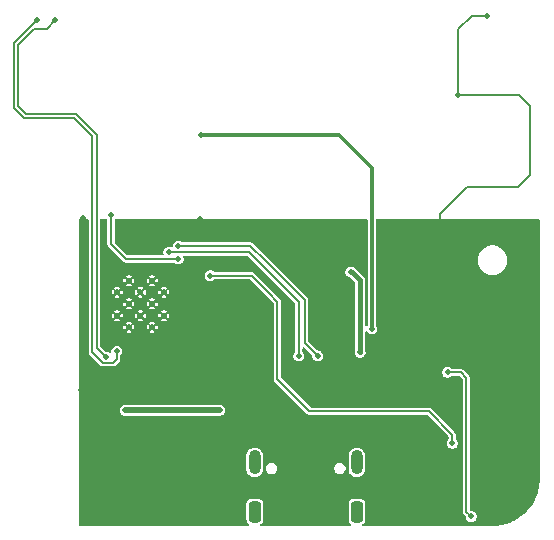
<source format=gbr>
%TF.GenerationSoftware,KiCad,Pcbnew,9.0.1*%
%TF.CreationDate,2025-11-13T12:09:59-06:00*%
%TF.ProjectId,AirCube,41697243-7562-4652-9e6b-696361645f70,rev?*%
%TF.SameCoordinates,Original*%
%TF.FileFunction,Copper,L2,Bot*%
%TF.FilePolarity,Positive*%
%FSLAX46Y46*%
G04 Gerber Fmt 4.6, Leading zero omitted, Abs format (unit mm)*
G04 Created by KiCad (PCBNEW 9.0.1) date 2025-11-13 12:09:59*
%MOMM*%
%LPD*%
G01*
G04 APERTURE LIST*
G04 Aperture macros list*
%AMRoundRect*
0 Rectangle with rounded corners*
0 $1 Rounding radius*
0 $2 $3 $4 $5 $6 $7 $8 $9 X,Y pos of 4 corners*
0 Add a 4 corners polygon primitive as box body*
4,1,4,$2,$3,$4,$5,$6,$7,$8,$9,$2,$3,0*
0 Add four circle primitives for the rounded corners*
1,1,$1+$1,$2,$3*
1,1,$1+$1,$4,$5*
1,1,$1+$1,$6,$7*
1,1,$1+$1,$8,$9*
0 Add four rect primitives between the rounded corners*
20,1,$1+$1,$2,$3,$4,$5,0*
20,1,$1+$1,$4,$5,$6,$7,0*
20,1,$1+$1,$6,$7,$8,$9,0*
20,1,$1+$1,$8,$9,$2,$3,0*%
G04 Aperture macros list end*
%TA.AperFunction,ComponentPad*%
%ADD10C,0.508000*%
%TD*%
%TA.AperFunction,ComponentPad*%
%ADD11O,1.000000X2.100000*%
%TD*%
%TA.AperFunction,ComponentPad*%
%ADD12RoundRect,0.250000X-0.250000X-0.650000X0.250000X-0.650000X0.250000X0.650000X-0.250000X0.650000X0*%
%TD*%
%TA.AperFunction,ViaPad*%
%ADD13C,0.508000*%
%TD*%
%TA.AperFunction,Conductor*%
%ADD14C,0.152400*%
%TD*%
%TA.AperFunction,Conductor*%
%ADD15C,0.203200*%
%TD*%
%TA.AperFunction,Conductor*%
%ADD16C,0.304800*%
%TD*%
%TA.AperFunction,Conductor*%
%ADD17C,0.508000*%
%TD*%
%TA.AperFunction,Conductor*%
%ADD18C,0.457200*%
%TD*%
G04 APERTURE END LIST*
D10*
%TO.P,U7,49,EPAD*%
%TO.N,GND*%
X34212500Y-69175000D03*
X36187500Y-69175000D03*
X33225000Y-68187500D03*
X35200000Y-68187500D03*
X37175000Y-68187500D03*
X34212500Y-67200000D03*
X36187500Y-67200000D03*
X33225000Y-66212500D03*
X35200000Y-66212500D03*
X37175000Y-66212500D03*
X34212500Y-65225000D03*
X36187500Y-65225000D03*
%TD*%
D11*
%TO.P,P1,S1,SHIELD*%
%TO.N,Net-(P1-SHIELD)*%
X44877500Y-80620000D03*
%TO.P,P1,SH2*%
%TO.N,N/C*%
X53517500Y-80620000D03*
D12*
%TO.P,P1,SH3*%
X44877500Y-84800000D03*
%TO.P,P1,SH4*%
X53517500Y-84800000D03*
%TD*%
D13*
%TO.N,GND*%
X57600000Y-77350000D03*
X56700000Y-72700000D03*
X51700000Y-67600000D03*
X30200000Y-74500000D03*
X30300000Y-59900000D03*
X35300000Y-82400000D03*
X64500000Y-42800000D03*
X45800000Y-60700000D03*
X52400000Y-60600000D03*
X60000000Y-75250000D03*
X61800000Y-77300000D03*
X55800000Y-75150000D03*
X45200000Y-77200000D03*
X53200000Y-77300000D03*
X30900000Y-78900000D03*
X44500000Y-67600000D03*
X66500000Y-81800000D03*
X40200000Y-60000000D03*
X56200000Y-62200000D03*
X59500000Y-77350000D03*
X49200000Y-60600000D03*
X59450000Y-72800000D03*
X67140000Y-60920000D03*
X60700000Y-66200000D03*
X53300000Y-72600000D03*
X61600000Y-68000000D03*
X42800000Y-82100000D03*
X60600000Y-62000000D03*
X55000000Y-77300000D03*
X43800000Y-77200000D03*
X62090000Y-49490000D03*
X56100000Y-66150000D03*
X47800000Y-67700000D03*
%TO.N,+3V3*%
X40300000Y-52900000D03*
X61200000Y-73000000D03*
X33900000Y-76200000D03*
X54800000Y-69300000D03*
X63200000Y-85200000D03*
X41900000Y-76200000D03*
%TO.N,+5VD*%
X53800000Y-71300000D03*
X53000000Y-64500000D03*
%TO.N,Net-(U7-IO11)*%
X61600000Y-79000000D03*
X41100000Y-64800000D03*
%TO.N,/USB_D-*%
X50200000Y-71600000D03*
X38400000Y-62292000D03*
%TO.N,/USB_D+*%
X37600000Y-62800000D03*
X48600000Y-71600000D03*
%TO.N,/SDA*%
X26400000Y-43200000D03*
X33200000Y-71192000D03*
%TO.N,/SCL*%
X28000000Y-43200000D03*
X32300000Y-71700000D03*
%TO.N,Net-(U7-IO9)*%
X32700000Y-59700000D03*
X38400000Y-63400000D03*
%TD*%
D14*
%TO.N,/SCL*%
X31500000Y-52900000D02*
X31500000Y-70900000D01*
X31456600Y-52856600D02*
X31500000Y-52900000D01*
X25543400Y-51143400D02*
X29747708Y-51143400D01*
X24805800Y-50405800D02*
X25543400Y-51143400D01*
X24805800Y-45298508D02*
X24805800Y-50405800D01*
X26204308Y-43900000D02*
X24805800Y-45298508D01*
X27300000Y-43900000D02*
X26204308Y-43900000D01*
X28000000Y-43200000D02*
X27300000Y-43900000D01*
X31500000Y-70900000D02*
X32300000Y-71700000D01*
X31456600Y-52852292D02*
X31456600Y-52856600D01*
X29747708Y-51143400D02*
X31456600Y-52852292D01*
%TO.N,/SDA*%
X24500000Y-45100000D02*
X26400000Y-43200000D01*
X24500000Y-50625000D02*
X24500000Y-45100000D01*
X25375000Y-51500000D02*
X24500000Y-50625000D01*
X32009000Y-72209000D02*
X31100000Y-71300000D01*
X31100000Y-71300000D02*
X31100000Y-53000000D01*
X31100000Y-53000000D02*
X29600000Y-51500000D01*
X33200000Y-71900000D02*
X32891000Y-72209000D01*
X32891000Y-72209000D02*
X32009000Y-72209000D01*
X33200000Y-71192000D02*
X33200000Y-71900000D01*
X29600000Y-51500000D02*
X25375000Y-51500000D01*
D15*
%TO.N,GND*%
X64500000Y-42800000D02*
X63230000Y-42800000D01*
D14*
X68180000Y-50430000D02*
X68180000Y-56300000D01*
X68180000Y-56300000D02*
X67160000Y-57320000D01*
X60600000Y-59600000D02*
X60600000Y-62000000D01*
X62090000Y-49490000D02*
X67240000Y-49490000D01*
D15*
X63230000Y-42800000D02*
X62090000Y-43940000D01*
X62090000Y-43940000D02*
X62090000Y-49490000D01*
D14*
X62880000Y-57320000D02*
X60600000Y-59600000D01*
X67160000Y-57320000D02*
X62880000Y-57320000D01*
X67240000Y-49490000D02*
X68180000Y-50430000D01*
D16*
%TO.N,+3V3*%
X54800000Y-55700000D02*
X54800000Y-69300000D01*
D15*
X62300000Y-73000000D02*
X61200000Y-73000000D01*
X62800000Y-73500000D02*
X62300000Y-73000000D01*
D16*
X52000000Y-52900000D02*
X54800000Y-55700000D01*
D15*
X62800000Y-84800000D02*
X62800000Y-73500000D01*
D17*
X41900000Y-76200000D02*
X33900000Y-76200000D01*
D16*
X40300000Y-52900000D02*
X52000000Y-52900000D01*
D15*
X63200000Y-85200000D02*
X62800000Y-84800000D01*
D18*
%TO.N,+5VD*%
X53100000Y-64500000D02*
X53000000Y-64500000D01*
X53800000Y-65200000D02*
X53100000Y-64500000D01*
X53800000Y-71300000D02*
X53800000Y-65200000D01*
D15*
%TO.N,Net-(U7-IO11)*%
X46800000Y-67000000D02*
X46800000Y-71500000D01*
X46800000Y-73600000D02*
X48600000Y-75400000D01*
X61600000Y-78300000D02*
X61600000Y-79000000D01*
X48600000Y-75400000D02*
X49500000Y-76300000D01*
X46100000Y-66300000D02*
X46800000Y-67000000D01*
X46800000Y-71500000D02*
X46800000Y-73600000D01*
X44600000Y-64800000D02*
X46100000Y-66300000D01*
X41100000Y-64800000D02*
X44600000Y-64800000D01*
X56800000Y-76300000D02*
X59600000Y-76300000D01*
X49500000Y-76300000D02*
X56800000Y-76300000D01*
X61500000Y-78200000D02*
X61600000Y-78300000D01*
X59600000Y-76300000D02*
X61500000Y-78200000D01*
%TO.N,/USB_D-*%
X45800000Y-63600000D02*
X49100000Y-66900000D01*
X38400000Y-62292000D02*
X44492000Y-62292000D01*
X49100000Y-66900000D02*
X49100000Y-70200000D01*
X49100000Y-70200000D02*
X49100000Y-70500000D01*
X49100000Y-70500000D02*
X50200000Y-71600000D01*
X44492000Y-62292000D02*
X45800000Y-63600000D01*
%TO.N,/USB_D+*%
X46100000Y-64500000D02*
X44400000Y-62800000D01*
X48600000Y-67000000D02*
X46100000Y-64500000D01*
X44400000Y-62800000D02*
X37600000Y-62800000D01*
X48600000Y-71600000D02*
X48600000Y-67000000D01*
%TO.N,Net-(U7-IO9)*%
X34000000Y-63400000D02*
X32700000Y-62100000D01*
X32700000Y-62100000D02*
X32700000Y-59700000D01*
X38400000Y-63400000D02*
X34000000Y-63400000D01*
%TD*%
%TA.AperFunction,Conductor*%
%TO.N,GND*%
G36*
X30778631Y-60019213D02*
G01*
X30815176Y-60069513D01*
X30820100Y-60100600D01*
X30820100Y-71263150D01*
X30820100Y-71336850D01*
X30839175Y-71408037D01*
X30876024Y-71471862D01*
X31837138Y-72432976D01*
X31900962Y-72469825D01*
X31972150Y-72488900D01*
X31972152Y-72488900D01*
X32927850Y-72488900D01*
X32999037Y-72469825D01*
X33062862Y-72432976D01*
X33423976Y-72071862D01*
X33460825Y-72008037D01*
X33479900Y-71936850D01*
X33479900Y-71863150D01*
X33479900Y-71601054D01*
X33499113Y-71541923D01*
X33509359Y-71529925D01*
X33566251Y-71473034D01*
X33626508Y-71368665D01*
X33657700Y-71252257D01*
X33657700Y-71131743D01*
X33626508Y-71015335D01*
X33606066Y-70979929D01*
X33566252Y-70910968D01*
X33566251Y-70910966D01*
X33481034Y-70825749D01*
X33459865Y-70813527D01*
X33376668Y-70765493D01*
X33376665Y-70765492D01*
X33345478Y-70757135D01*
X33260259Y-70734300D01*
X33260257Y-70734300D01*
X33139743Y-70734300D01*
X33139740Y-70734300D01*
X33023331Y-70765493D01*
X32918968Y-70825747D01*
X32918967Y-70825748D01*
X32918966Y-70825749D01*
X32833749Y-70910966D01*
X32833748Y-70910967D01*
X32833747Y-70910968D01*
X32773493Y-71015331D01*
X32742300Y-71131740D01*
X32742300Y-71253496D01*
X32723087Y-71312627D01*
X32672787Y-71349172D01*
X32610613Y-71349172D01*
X32586934Y-71336715D01*
X32586744Y-71337046D01*
X32581034Y-71333749D01*
X32544449Y-71312627D01*
X32476668Y-71273493D01*
X32476665Y-71273492D01*
X32438069Y-71263150D01*
X32360259Y-71242300D01*
X32360257Y-71242300D01*
X32279808Y-71242300D01*
X32220677Y-71223087D01*
X32208673Y-71212835D01*
X31809365Y-70813527D01*
X31781139Y-70758129D01*
X31779900Y-70742392D01*
X31779900Y-69562285D01*
X33968897Y-69562285D01*
X34036024Y-69601041D01*
X34152305Y-69632199D01*
X34152308Y-69632200D01*
X34272692Y-69632200D01*
X34272694Y-69632199D01*
X34388973Y-69601041D01*
X34456098Y-69562285D01*
X35943897Y-69562285D01*
X36011024Y-69601041D01*
X36127305Y-69632199D01*
X36127308Y-69632200D01*
X36247692Y-69632200D01*
X36247694Y-69632199D01*
X36363973Y-69601041D01*
X36431100Y-69562284D01*
X36187500Y-69318684D01*
X35943897Y-69562285D01*
X34456098Y-69562285D01*
X34456100Y-69562284D01*
X34212500Y-69318684D01*
X33968897Y-69562285D01*
X31779900Y-69562285D01*
X31779900Y-69114804D01*
X33755300Y-69114804D01*
X33755300Y-69235194D01*
X33786459Y-69351476D01*
X33825213Y-69418600D01*
X34068815Y-69174999D01*
X34043554Y-69149738D01*
X34085500Y-69149738D01*
X34085500Y-69200262D01*
X34104835Y-69246940D01*
X34140560Y-69282665D01*
X34187238Y-69302000D01*
X34237762Y-69302000D01*
X34284440Y-69282665D01*
X34320165Y-69246940D01*
X34339500Y-69200262D01*
X34339500Y-69174999D01*
X34356184Y-69174999D01*
X34356184Y-69175000D01*
X34599784Y-69418600D01*
X34638541Y-69351473D01*
X34669699Y-69235194D01*
X34669700Y-69235191D01*
X34669700Y-69114808D01*
X34669699Y-69114805D01*
X34669699Y-69114804D01*
X35730300Y-69114804D01*
X35730300Y-69235194D01*
X35761459Y-69351476D01*
X35800213Y-69418600D01*
X36043815Y-69174999D01*
X36018554Y-69149738D01*
X36060500Y-69149738D01*
X36060500Y-69200262D01*
X36079835Y-69246940D01*
X36115560Y-69282665D01*
X36162238Y-69302000D01*
X36212762Y-69302000D01*
X36259440Y-69282665D01*
X36295165Y-69246940D01*
X36314500Y-69200262D01*
X36314500Y-69174999D01*
X36331184Y-69174999D01*
X36331184Y-69175000D01*
X36574784Y-69418600D01*
X36613541Y-69351473D01*
X36644699Y-69235194D01*
X36644700Y-69235191D01*
X36644700Y-69114808D01*
X36644699Y-69114805D01*
X36613541Y-68998524D01*
X36574785Y-68931397D01*
X36331184Y-69174999D01*
X36314500Y-69174999D01*
X36314500Y-69149738D01*
X36295165Y-69103060D01*
X36259440Y-69067335D01*
X36212762Y-69048000D01*
X36162238Y-69048000D01*
X36115560Y-69067335D01*
X36079835Y-69103060D01*
X36060500Y-69149738D01*
X36018554Y-69149738D01*
X35800214Y-68931398D01*
X35761457Y-68998528D01*
X35761456Y-68998531D01*
X35730300Y-69114804D01*
X34669699Y-69114804D01*
X34638541Y-68998524D01*
X34599785Y-68931397D01*
X34356184Y-69174999D01*
X34339500Y-69174999D01*
X34339500Y-69149738D01*
X34320165Y-69103060D01*
X34284440Y-69067335D01*
X34237762Y-69048000D01*
X34187238Y-69048000D01*
X34140560Y-69067335D01*
X34104835Y-69103060D01*
X34085500Y-69149738D01*
X34043554Y-69149738D01*
X33825214Y-68931398D01*
X33786457Y-68998528D01*
X33786456Y-68998531D01*
X33755300Y-69114804D01*
X31779900Y-69114804D01*
X31779900Y-68787714D01*
X33968898Y-68787714D01*
X34212499Y-69031315D01*
X34456100Y-68787714D01*
X35943898Y-68787714D01*
X36187499Y-69031315D01*
X36431101Y-68787713D01*
X36363976Y-68748959D01*
X36247694Y-68717800D01*
X36127304Y-68717800D01*
X36011031Y-68748956D01*
X36011028Y-68748957D01*
X35943898Y-68787714D01*
X34456100Y-68787714D01*
X34456101Y-68787713D01*
X34388976Y-68748959D01*
X34272694Y-68717800D01*
X34152304Y-68717800D01*
X34036031Y-68748956D01*
X34036028Y-68748957D01*
X33968898Y-68787714D01*
X31779900Y-68787714D01*
X31779900Y-68574785D01*
X32981397Y-68574785D01*
X33048524Y-68613541D01*
X33164805Y-68644699D01*
X33164808Y-68644700D01*
X33285192Y-68644700D01*
X33285194Y-68644699D01*
X33401473Y-68613541D01*
X33468598Y-68574785D01*
X34956397Y-68574785D01*
X35023524Y-68613541D01*
X35139805Y-68644699D01*
X35139808Y-68644700D01*
X35260192Y-68644700D01*
X35260194Y-68644699D01*
X35376473Y-68613541D01*
X35443598Y-68574785D01*
X36931397Y-68574785D01*
X36998524Y-68613541D01*
X37114805Y-68644699D01*
X37114808Y-68644700D01*
X37235192Y-68644700D01*
X37235194Y-68644699D01*
X37351473Y-68613541D01*
X37418600Y-68574784D01*
X37175000Y-68331184D01*
X36931397Y-68574785D01*
X35443598Y-68574785D01*
X35443600Y-68574784D01*
X35200000Y-68331184D01*
X34956397Y-68574785D01*
X33468598Y-68574785D01*
X33468600Y-68574784D01*
X33225000Y-68331184D01*
X32981397Y-68574785D01*
X31779900Y-68574785D01*
X31779900Y-68127304D01*
X32767800Y-68127304D01*
X32767800Y-68247694D01*
X32798959Y-68363976D01*
X32837713Y-68431100D01*
X33081315Y-68187499D01*
X33056054Y-68162238D01*
X33098000Y-68162238D01*
X33098000Y-68212762D01*
X33117335Y-68259440D01*
X33153060Y-68295165D01*
X33199738Y-68314500D01*
X33250262Y-68314500D01*
X33296940Y-68295165D01*
X33332665Y-68259440D01*
X33352000Y-68212762D01*
X33352000Y-68187499D01*
X33368684Y-68187499D01*
X33368684Y-68187500D01*
X33612284Y-68431100D01*
X33651041Y-68363973D01*
X33682199Y-68247694D01*
X33682200Y-68247691D01*
X33682200Y-68127308D01*
X33682199Y-68127305D01*
X33682199Y-68127304D01*
X34742800Y-68127304D01*
X34742800Y-68247694D01*
X34773959Y-68363976D01*
X34812713Y-68431100D01*
X35056315Y-68187499D01*
X35031054Y-68162238D01*
X35073000Y-68162238D01*
X35073000Y-68212762D01*
X35092335Y-68259440D01*
X35128060Y-68295165D01*
X35174738Y-68314500D01*
X35225262Y-68314500D01*
X35271940Y-68295165D01*
X35307665Y-68259440D01*
X35327000Y-68212762D01*
X35327000Y-68187499D01*
X35343684Y-68187499D01*
X35343684Y-68187500D01*
X35587284Y-68431100D01*
X35626041Y-68363973D01*
X35657199Y-68247694D01*
X35657200Y-68247691D01*
X35657200Y-68127308D01*
X35657199Y-68127305D01*
X35657199Y-68127304D01*
X36717800Y-68127304D01*
X36717800Y-68247694D01*
X36748959Y-68363976D01*
X36787713Y-68431100D01*
X37031315Y-68187499D01*
X37006054Y-68162238D01*
X37048000Y-68162238D01*
X37048000Y-68212762D01*
X37067335Y-68259440D01*
X37103060Y-68295165D01*
X37149738Y-68314500D01*
X37200262Y-68314500D01*
X37246940Y-68295165D01*
X37282665Y-68259440D01*
X37302000Y-68212762D01*
X37302000Y-68187499D01*
X37318684Y-68187499D01*
X37318684Y-68187500D01*
X37562284Y-68431100D01*
X37601041Y-68363973D01*
X37632199Y-68247694D01*
X37632200Y-68247691D01*
X37632200Y-68127308D01*
X37632199Y-68127305D01*
X37601041Y-68011024D01*
X37562285Y-67943897D01*
X37318684Y-68187499D01*
X37302000Y-68187499D01*
X37302000Y-68162238D01*
X37282665Y-68115560D01*
X37246940Y-68079835D01*
X37200262Y-68060500D01*
X37149738Y-68060500D01*
X37103060Y-68079835D01*
X37067335Y-68115560D01*
X37048000Y-68162238D01*
X37006054Y-68162238D01*
X36787714Y-67943898D01*
X36748957Y-68011028D01*
X36748956Y-68011031D01*
X36717800Y-68127304D01*
X35657199Y-68127304D01*
X35626041Y-68011024D01*
X35587285Y-67943897D01*
X35343684Y-68187499D01*
X35327000Y-68187499D01*
X35327000Y-68162238D01*
X35307665Y-68115560D01*
X35271940Y-68079835D01*
X35225262Y-68060500D01*
X35174738Y-68060500D01*
X35128060Y-68079835D01*
X35092335Y-68115560D01*
X35073000Y-68162238D01*
X35031054Y-68162238D01*
X34812714Y-67943898D01*
X34773957Y-68011028D01*
X34773956Y-68011031D01*
X34742800Y-68127304D01*
X33682199Y-68127304D01*
X33651041Y-68011024D01*
X33612285Y-67943897D01*
X33368684Y-68187499D01*
X33352000Y-68187499D01*
X33352000Y-68162238D01*
X33332665Y-68115560D01*
X33296940Y-68079835D01*
X33250262Y-68060500D01*
X33199738Y-68060500D01*
X33153060Y-68079835D01*
X33117335Y-68115560D01*
X33098000Y-68162238D01*
X33056054Y-68162238D01*
X32837714Y-67943898D01*
X32798957Y-68011028D01*
X32798956Y-68011031D01*
X32767800Y-68127304D01*
X31779900Y-68127304D01*
X31779900Y-67800214D01*
X32981398Y-67800214D01*
X33224999Y-68043815D01*
X33468600Y-67800214D01*
X34956398Y-67800214D01*
X35199999Y-68043815D01*
X35443600Y-67800214D01*
X36931398Y-67800214D01*
X37174999Y-68043815D01*
X37418601Y-67800213D01*
X37351476Y-67761459D01*
X37235194Y-67730300D01*
X37114804Y-67730300D01*
X36998531Y-67761456D01*
X36998528Y-67761457D01*
X36931398Y-67800214D01*
X35443600Y-67800214D01*
X35443601Y-67800213D01*
X35376476Y-67761459D01*
X35260194Y-67730300D01*
X35139804Y-67730300D01*
X35023531Y-67761456D01*
X35023528Y-67761457D01*
X34956398Y-67800214D01*
X33468600Y-67800214D01*
X33468601Y-67800213D01*
X33401476Y-67761459D01*
X33285194Y-67730300D01*
X33164804Y-67730300D01*
X33048531Y-67761456D01*
X33048528Y-67761457D01*
X32981398Y-67800214D01*
X31779900Y-67800214D01*
X31779900Y-67587285D01*
X33968897Y-67587285D01*
X34036024Y-67626041D01*
X34152305Y-67657199D01*
X34152308Y-67657200D01*
X34272692Y-67657200D01*
X34272694Y-67657199D01*
X34388973Y-67626041D01*
X34456098Y-67587285D01*
X35943897Y-67587285D01*
X36011024Y-67626041D01*
X36127305Y-67657199D01*
X36127308Y-67657200D01*
X36247692Y-67657200D01*
X36247694Y-67657199D01*
X36363973Y-67626041D01*
X36431100Y-67587284D01*
X36187500Y-67343684D01*
X35943897Y-67587285D01*
X34456098Y-67587285D01*
X34456100Y-67587284D01*
X34212500Y-67343684D01*
X33968897Y-67587285D01*
X31779900Y-67587285D01*
X31779900Y-67139804D01*
X33755300Y-67139804D01*
X33755300Y-67260194D01*
X33786459Y-67376476D01*
X33825213Y-67443600D01*
X34068815Y-67199999D01*
X34043554Y-67174738D01*
X34085500Y-67174738D01*
X34085500Y-67225262D01*
X34104835Y-67271940D01*
X34140560Y-67307665D01*
X34187238Y-67327000D01*
X34237762Y-67327000D01*
X34284440Y-67307665D01*
X34320165Y-67271940D01*
X34339500Y-67225262D01*
X34339500Y-67199999D01*
X34356184Y-67199999D01*
X34356184Y-67200000D01*
X34599784Y-67443600D01*
X34638541Y-67376473D01*
X34669699Y-67260194D01*
X34669700Y-67260191D01*
X34669700Y-67139808D01*
X34669699Y-67139805D01*
X34669699Y-67139804D01*
X35730300Y-67139804D01*
X35730300Y-67260194D01*
X35761459Y-67376476D01*
X35800213Y-67443600D01*
X36043815Y-67199999D01*
X36018554Y-67174738D01*
X36060500Y-67174738D01*
X36060500Y-67225262D01*
X36079835Y-67271940D01*
X36115560Y-67307665D01*
X36162238Y-67327000D01*
X36212762Y-67327000D01*
X36259440Y-67307665D01*
X36295165Y-67271940D01*
X36314500Y-67225262D01*
X36314500Y-67199999D01*
X36331184Y-67199999D01*
X36331184Y-67200000D01*
X36574784Y-67443600D01*
X36613541Y-67376473D01*
X36644699Y-67260194D01*
X36644700Y-67260191D01*
X36644700Y-67139808D01*
X36644699Y-67139805D01*
X36613541Y-67023524D01*
X36574785Y-66956397D01*
X36331184Y-67199999D01*
X36314500Y-67199999D01*
X36314500Y-67174738D01*
X36295165Y-67128060D01*
X36259440Y-67092335D01*
X36212762Y-67073000D01*
X36162238Y-67073000D01*
X36115560Y-67092335D01*
X36079835Y-67128060D01*
X36060500Y-67174738D01*
X36018554Y-67174738D01*
X35800214Y-66956398D01*
X35761457Y-67023528D01*
X35761456Y-67023531D01*
X35730300Y-67139804D01*
X34669699Y-67139804D01*
X34638541Y-67023524D01*
X34599785Y-66956397D01*
X34356184Y-67199999D01*
X34339500Y-67199999D01*
X34339500Y-67174738D01*
X34320165Y-67128060D01*
X34284440Y-67092335D01*
X34237762Y-67073000D01*
X34187238Y-67073000D01*
X34140560Y-67092335D01*
X34104835Y-67128060D01*
X34085500Y-67174738D01*
X34043554Y-67174738D01*
X33825214Y-66956398D01*
X33786457Y-67023528D01*
X33786456Y-67023531D01*
X33755300Y-67139804D01*
X31779900Y-67139804D01*
X31779900Y-66812714D01*
X33968898Y-66812714D01*
X34212499Y-67056315D01*
X34456100Y-66812714D01*
X35943898Y-66812714D01*
X36187499Y-67056315D01*
X36431101Y-66812713D01*
X36363976Y-66773959D01*
X36247694Y-66742800D01*
X36127304Y-66742800D01*
X36011031Y-66773956D01*
X36011028Y-66773957D01*
X35943898Y-66812714D01*
X34456100Y-66812714D01*
X34456101Y-66812713D01*
X34388976Y-66773959D01*
X34272694Y-66742800D01*
X34152304Y-66742800D01*
X34036031Y-66773956D01*
X34036028Y-66773957D01*
X33968898Y-66812714D01*
X31779900Y-66812714D01*
X31779900Y-66599785D01*
X32981397Y-66599785D01*
X33048524Y-66638541D01*
X33164805Y-66669699D01*
X33164808Y-66669700D01*
X33285192Y-66669700D01*
X33285194Y-66669699D01*
X33401473Y-66638541D01*
X33468598Y-66599785D01*
X34956397Y-66599785D01*
X35023524Y-66638541D01*
X35139805Y-66669699D01*
X35139808Y-66669700D01*
X35260192Y-66669700D01*
X35260194Y-66669699D01*
X35376473Y-66638541D01*
X35443598Y-66599785D01*
X36931397Y-66599785D01*
X36998524Y-66638541D01*
X37114805Y-66669699D01*
X37114808Y-66669700D01*
X37235192Y-66669700D01*
X37235194Y-66669699D01*
X37351473Y-66638541D01*
X37418600Y-66599784D01*
X37175000Y-66356184D01*
X36931397Y-66599785D01*
X35443598Y-66599785D01*
X35443600Y-66599784D01*
X35200000Y-66356184D01*
X34956397Y-66599785D01*
X33468598Y-66599785D01*
X33468600Y-66599784D01*
X33225000Y-66356184D01*
X32981397Y-66599785D01*
X31779900Y-66599785D01*
X31779900Y-66152304D01*
X32767800Y-66152304D01*
X32767800Y-66272694D01*
X32798959Y-66388976D01*
X32837713Y-66456100D01*
X33081315Y-66212499D01*
X33056054Y-66187238D01*
X33098000Y-66187238D01*
X33098000Y-66237762D01*
X33117335Y-66284440D01*
X33153060Y-66320165D01*
X33199738Y-66339500D01*
X33250262Y-66339500D01*
X33296940Y-66320165D01*
X33332665Y-66284440D01*
X33352000Y-66237762D01*
X33352000Y-66212499D01*
X33368684Y-66212499D01*
X33368684Y-66212500D01*
X33612284Y-66456100D01*
X33651041Y-66388973D01*
X33682199Y-66272694D01*
X33682200Y-66272691D01*
X33682200Y-66152308D01*
X33682199Y-66152305D01*
X33682199Y-66152304D01*
X34742800Y-66152304D01*
X34742800Y-66272694D01*
X34773959Y-66388976D01*
X34812713Y-66456100D01*
X35056315Y-66212499D01*
X35031054Y-66187238D01*
X35073000Y-66187238D01*
X35073000Y-66237762D01*
X35092335Y-66284440D01*
X35128060Y-66320165D01*
X35174738Y-66339500D01*
X35225262Y-66339500D01*
X35271940Y-66320165D01*
X35307665Y-66284440D01*
X35327000Y-66237762D01*
X35327000Y-66212499D01*
X35343684Y-66212499D01*
X35343684Y-66212500D01*
X35587284Y-66456100D01*
X35626041Y-66388973D01*
X35657199Y-66272694D01*
X35657200Y-66272691D01*
X35657200Y-66152308D01*
X35657199Y-66152305D01*
X35657199Y-66152304D01*
X36717800Y-66152304D01*
X36717800Y-66272694D01*
X36748959Y-66388976D01*
X36787713Y-66456100D01*
X37031315Y-66212499D01*
X37006054Y-66187238D01*
X37048000Y-66187238D01*
X37048000Y-66237762D01*
X37067335Y-66284440D01*
X37103060Y-66320165D01*
X37149738Y-66339500D01*
X37200262Y-66339500D01*
X37246940Y-66320165D01*
X37282665Y-66284440D01*
X37302000Y-66237762D01*
X37302000Y-66212499D01*
X37318684Y-66212499D01*
X37318684Y-66212500D01*
X37562284Y-66456100D01*
X37601041Y-66388973D01*
X37632199Y-66272694D01*
X37632200Y-66272691D01*
X37632200Y-66152308D01*
X37632199Y-66152305D01*
X37601041Y-66036024D01*
X37562285Y-65968897D01*
X37318684Y-66212499D01*
X37302000Y-66212499D01*
X37302000Y-66187238D01*
X37282665Y-66140560D01*
X37246940Y-66104835D01*
X37200262Y-66085500D01*
X37149738Y-66085500D01*
X37103060Y-66104835D01*
X37067335Y-66140560D01*
X37048000Y-66187238D01*
X37006054Y-66187238D01*
X36787714Y-65968898D01*
X36748957Y-66036028D01*
X36748956Y-66036031D01*
X36717800Y-66152304D01*
X35657199Y-66152304D01*
X35626041Y-66036024D01*
X35587285Y-65968897D01*
X35343684Y-66212499D01*
X35327000Y-66212499D01*
X35327000Y-66187238D01*
X35307665Y-66140560D01*
X35271940Y-66104835D01*
X35225262Y-66085500D01*
X35174738Y-66085500D01*
X35128060Y-66104835D01*
X35092335Y-66140560D01*
X35073000Y-66187238D01*
X35031054Y-66187238D01*
X34812714Y-65968898D01*
X34773957Y-66036028D01*
X34773956Y-66036031D01*
X34742800Y-66152304D01*
X33682199Y-66152304D01*
X33651041Y-66036024D01*
X33612285Y-65968897D01*
X33368684Y-66212499D01*
X33352000Y-66212499D01*
X33352000Y-66187238D01*
X33332665Y-66140560D01*
X33296940Y-66104835D01*
X33250262Y-66085500D01*
X33199738Y-66085500D01*
X33153060Y-66104835D01*
X33117335Y-66140560D01*
X33098000Y-66187238D01*
X33056054Y-66187238D01*
X32837714Y-65968898D01*
X32798957Y-66036028D01*
X32798956Y-66036031D01*
X32767800Y-66152304D01*
X31779900Y-66152304D01*
X31779900Y-65825214D01*
X32981398Y-65825214D01*
X33224999Y-66068815D01*
X33468600Y-65825214D01*
X34956398Y-65825214D01*
X35199999Y-66068815D01*
X35443600Y-65825214D01*
X36931398Y-65825214D01*
X37174999Y-66068815D01*
X37418601Y-65825213D01*
X37351476Y-65786459D01*
X37235194Y-65755300D01*
X37114804Y-65755300D01*
X36998531Y-65786456D01*
X36998528Y-65786457D01*
X36931398Y-65825214D01*
X35443600Y-65825214D01*
X35443601Y-65825213D01*
X35376476Y-65786459D01*
X35260194Y-65755300D01*
X35139804Y-65755300D01*
X35023531Y-65786456D01*
X35023528Y-65786457D01*
X34956398Y-65825214D01*
X33468600Y-65825214D01*
X33468601Y-65825213D01*
X33401476Y-65786459D01*
X33285194Y-65755300D01*
X33164804Y-65755300D01*
X33048531Y-65786456D01*
X33048528Y-65786457D01*
X32981398Y-65825214D01*
X31779900Y-65825214D01*
X31779900Y-65612285D01*
X33968897Y-65612285D01*
X34036024Y-65651041D01*
X34152305Y-65682199D01*
X34152308Y-65682200D01*
X34272692Y-65682200D01*
X34272694Y-65682199D01*
X34388973Y-65651041D01*
X34456098Y-65612285D01*
X35943897Y-65612285D01*
X36011024Y-65651041D01*
X36127305Y-65682199D01*
X36127308Y-65682200D01*
X36247692Y-65682200D01*
X36247694Y-65682199D01*
X36363973Y-65651041D01*
X36431100Y-65612284D01*
X36187500Y-65368684D01*
X35943897Y-65612285D01*
X34456098Y-65612285D01*
X34456100Y-65612284D01*
X34212500Y-65368684D01*
X33968897Y-65612285D01*
X31779900Y-65612285D01*
X31779900Y-65164804D01*
X33755300Y-65164804D01*
X33755300Y-65285194D01*
X33786459Y-65401476D01*
X33825213Y-65468600D01*
X34068815Y-65224999D01*
X34043554Y-65199738D01*
X34085500Y-65199738D01*
X34085500Y-65250262D01*
X34104835Y-65296940D01*
X34140560Y-65332665D01*
X34187238Y-65352000D01*
X34237762Y-65352000D01*
X34284440Y-65332665D01*
X34320165Y-65296940D01*
X34339500Y-65250262D01*
X34339500Y-65224999D01*
X34356184Y-65224999D01*
X34356184Y-65225000D01*
X34599784Y-65468600D01*
X34638541Y-65401473D01*
X34669699Y-65285194D01*
X34669700Y-65285191D01*
X34669700Y-65164808D01*
X34669699Y-65164805D01*
X34669699Y-65164804D01*
X35730300Y-65164804D01*
X35730300Y-65285194D01*
X35761459Y-65401476D01*
X35800213Y-65468600D01*
X36043815Y-65224999D01*
X36018554Y-65199738D01*
X36060500Y-65199738D01*
X36060500Y-65250262D01*
X36079835Y-65296940D01*
X36115560Y-65332665D01*
X36162238Y-65352000D01*
X36212762Y-65352000D01*
X36259440Y-65332665D01*
X36295165Y-65296940D01*
X36314500Y-65250262D01*
X36314500Y-65224999D01*
X36331184Y-65224999D01*
X36331184Y-65225000D01*
X36574784Y-65468600D01*
X36613541Y-65401473D01*
X36644699Y-65285194D01*
X36644700Y-65285191D01*
X36644700Y-65164808D01*
X36644699Y-65164805D01*
X36613541Y-65048524D01*
X36574785Y-64981397D01*
X36331184Y-65224999D01*
X36314500Y-65224999D01*
X36314500Y-65199738D01*
X36295165Y-65153060D01*
X36259440Y-65117335D01*
X36212762Y-65098000D01*
X36162238Y-65098000D01*
X36115560Y-65117335D01*
X36079835Y-65153060D01*
X36060500Y-65199738D01*
X36018554Y-65199738D01*
X35800214Y-64981398D01*
X35761457Y-65048528D01*
X35761456Y-65048531D01*
X35730300Y-65164804D01*
X34669699Y-65164804D01*
X34638541Y-65048524D01*
X34599785Y-64981397D01*
X34356184Y-65224999D01*
X34339500Y-65224999D01*
X34339500Y-65199738D01*
X34320165Y-65153060D01*
X34284440Y-65117335D01*
X34237762Y-65098000D01*
X34187238Y-65098000D01*
X34140560Y-65117335D01*
X34104835Y-65153060D01*
X34085500Y-65199738D01*
X34043554Y-65199738D01*
X33825214Y-64981398D01*
X33786457Y-65048528D01*
X33786456Y-65048531D01*
X33755300Y-65164804D01*
X31779900Y-65164804D01*
X31779900Y-64837714D01*
X33968898Y-64837714D01*
X34212499Y-65081315D01*
X34456100Y-64837714D01*
X35943898Y-64837714D01*
X36187499Y-65081315D01*
X36431101Y-64837713D01*
X36400889Y-64820271D01*
X36363976Y-64798959D01*
X36247694Y-64767800D01*
X36127304Y-64767800D01*
X36011031Y-64798956D01*
X36011028Y-64798957D01*
X35943898Y-64837714D01*
X34456100Y-64837714D01*
X34456101Y-64837713D01*
X34388976Y-64798959D01*
X34272694Y-64767800D01*
X34152304Y-64767800D01*
X34036031Y-64798956D01*
X34036028Y-64798957D01*
X33968898Y-64837714D01*
X31779900Y-64837714D01*
X31779900Y-64739740D01*
X40642300Y-64739740D01*
X40642300Y-64860259D01*
X40673493Y-64976668D01*
X40733747Y-65081031D01*
X40733749Y-65081034D01*
X40818966Y-65166251D01*
X40818968Y-65166252D01*
X40923331Y-65226506D01*
X40923335Y-65226508D01*
X41039743Y-65257700D01*
X41160257Y-65257700D01*
X41276665Y-65226508D01*
X41381034Y-65166251D01*
X41412521Y-65134764D01*
X41467919Y-65106538D01*
X41483655Y-65105300D01*
X44431871Y-65105300D01*
X44491002Y-65124513D01*
X44503006Y-65134765D01*
X46465235Y-67096994D01*
X46493461Y-67152392D01*
X46494700Y-67168129D01*
X46494700Y-73640195D01*
X46502185Y-73668129D01*
X46507365Y-73687459D01*
X46515506Y-73717841D01*
X46555700Y-73787459D01*
X46555702Y-73787461D01*
X49312542Y-76544301D01*
X49341965Y-76561288D01*
X49382158Y-76584494D01*
X49402956Y-76590065D01*
X49402961Y-76590069D01*
X49402962Y-76590068D01*
X49444576Y-76601218D01*
X49459807Y-76605300D01*
X56759807Y-76605300D01*
X59431871Y-76605300D01*
X59491002Y-76624513D01*
X59503006Y-76634765D01*
X61265235Y-78396994D01*
X61268920Y-78404227D01*
X61275487Y-78408998D01*
X61282766Y-78431403D01*
X61293461Y-78452392D01*
X61294700Y-78468129D01*
X61294700Y-78616345D01*
X61275487Y-78675476D01*
X61265236Y-78687479D01*
X61233747Y-78718968D01*
X61173493Y-78823331D01*
X61142300Y-78939740D01*
X61142300Y-79060259D01*
X61173493Y-79176668D01*
X61233747Y-79281031D01*
X61233749Y-79281034D01*
X61318966Y-79366251D01*
X61318968Y-79366252D01*
X61423331Y-79426506D01*
X61423335Y-79426508D01*
X61539743Y-79457700D01*
X61660257Y-79457700D01*
X61776665Y-79426508D01*
X61881034Y-79366251D01*
X61966251Y-79281034D01*
X62026508Y-79176665D01*
X62057700Y-79060257D01*
X62057700Y-78939743D01*
X62026508Y-78823335D01*
X61966251Y-78718966D01*
X61934764Y-78687479D01*
X61906538Y-78632081D01*
X61905300Y-78616345D01*
X61905300Y-78259808D01*
X61905299Y-78259804D01*
X61884494Y-78182159D01*
X61884494Y-78182158D01*
X61844299Y-78112540D01*
X61750037Y-78018278D01*
X61750035Y-78018275D01*
X59787461Y-76055702D01*
X59787459Y-76055700D01*
X59746095Y-76031818D01*
X59717842Y-76015506D01*
X59640195Y-75994700D01*
X59640193Y-75994700D01*
X56840193Y-75994700D01*
X49668129Y-75994700D01*
X49608998Y-75975487D01*
X49596994Y-75965235D01*
X47134765Y-73503006D01*
X47106539Y-73447608D01*
X47105300Y-73431871D01*
X47105300Y-72939740D01*
X60742300Y-72939740D01*
X60742300Y-73060259D01*
X60773493Y-73176668D01*
X60833747Y-73281031D01*
X60833749Y-73281034D01*
X60918966Y-73366251D01*
X60946520Y-73382159D01*
X61023331Y-73426506D01*
X61023335Y-73426508D01*
X61139743Y-73457700D01*
X61260257Y-73457700D01*
X61376665Y-73426508D01*
X61481034Y-73366251D01*
X61512521Y-73334764D01*
X61567919Y-73306538D01*
X61583655Y-73305300D01*
X62131871Y-73305300D01*
X62191002Y-73324513D01*
X62203006Y-73334765D01*
X62465235Y-73596994D01*
X62493461Y-73652392D01*
X62494700Y-73668129D01*
X62494700Y-84840195D01*
X62508538Y-84891836D01*
X62508538Y-84891838D01*
X62515503Y-84917836D01*
X62515504Y-84917838D01*
X62525179Y-84934595D01*
X62555700Y-84987459D01*
X62555702Y-84987461D01*
X62712835Y-85144594D01*
X62741061Y-85199992D01*
X62742300Y-85215729D01*
X62742300Y-85260259D01*
X62773493Y-85376668D01*
X62833747Y-85481031D01*
X62833749Y-85481034D01*
X62918966Y-85566251D01*
X62918968Y-85566252D01*
X63023331Y-85626506D01*
X63023335Y-85626508D01*
X63139743Y-85657700D01*
X63260257Y-85657700D01*
X63376665Y-85626508D01*
X63481034Y-85566251D01*
X63566251Y-85481034D01*
X63626508Y-85376665D01*
X63657700Y-85260257D01*
X63657700Y-85139743D01*
X63626508Y-85023335D01*
X63566251Y-84918966D01*
X63481034Y-84833749D01*
X63477662Y-84831802D01*
X63376668Y-84773493D01*
X63376665Y-84773492D01*
X63345478Y-84765135D01*
X63260259Y-84742300D01*
X63260257Y-84742300D01*
X63215729Y-84742300D01*
X63208008Y-84739791D01*
X63199992Y-84741061D01*
X63179003Y-84730366D01*
X63156598Y-84723087D01*
X63144594Y-84712835D01*
X63134765Y-84703006D01*
X63106539Y-84647608D01*
X63105300Y-84631871D01*
X63105300Y-73459808D01*
X63105299Y-73459802D01*
X63084496Y-73382165D01*
X63084495Y-73382162D01*
X63084494Y-73382159D01*
X63057132Y-73334765D01*
X63044303Y-73312543D01*
X63044302Y-73312542D01*
X62908425Y-73176665D01*
X62487459Y-72755700D01*
X62452650Y-72735603D01*
X62417842Y-72715506D01*
X62340195Y-72694700D01*
X62340193Y-72694700D01*
X61583655Y-72694700D01*
X61524524Y-72675487D01*
X61512521Y-72665236D01*
X61481034Y-72633749D01*
X61481031Y-72633747D01*
X61376668Y-72573493D01*
X61376665Y-72573492D01*
X61345478Y-72565135D01*
X61260259Y-72542300D01*
X61260257Y-72542300D01*
X61139743Y-72542300D01*
X61139740Y-72542300D01*
X61023331Y-72573493D01*
X60918968Y-72633747D01*
X60918967Y-72633748D01*
X60918966Y-72633749D01*
X60833749Y-72718966D01*
X60833748Y-72718967D01*
X60833747Y-72718968D01*
X60773493Y-72823331D01*
X60742300Y-72939740D01*
X47105300Y-72939740D01*
X47105300Y-66959808D01*
X47105299Y-66959804D01*
X47084494Y-66882159D01*
X47067505Y-66852735D01*
X47044300Y-66812541D01*
X46287459Y-66055700D01*
X44787459Y-64555700D01*
X44746095Y-64531818D01*
X44717842Y-64515506D01*
X44640195Y-64494700D01*
X44640193Y-64494700D01*
X41483655Y-64494700D01*
X41424524Y-64475487D01*
X41412521Y-64465236D01*
X41402943Y-64455658D01*
X41381034Y-64433749D01*
X41381031Y-64433747D01*
X41276668Y-64373493D01*
X41276665Y-64373492D01*
X41245478Y-64365135D01*
X41160259Y-64342300D01*
X41160257Y-64342300D01*
X41039743Y-64342300D01*
X41039740Y-64342300D01*
X40923331Y-64373493D01*
X40818968Y-64433747D01*
X40818967Y-64433748D01*
X40818966Y-64433749D01*
X40733749Y-64518966D01*
X40733748Y-64518967D01*
X40733747Y-64518968D01*
X40673493Y-64623331D01*
X40642300Y-64739740D01*
X31779900Y-64739740D01*
X31779900Y-60100600D01*
X31799113Y-60041469D01*
X31849413Y-60004924D01*
X31880500Y-60000000D01*
X32294100Y-60000000D01*
X32353231Y-60019213D01*
X32389776Y-60069513D01*
X32394700Y-60100600D01*
X32394700Y-62140195D01*
X32415506Y-62217842D01*
X32423532Y-62231743D01*
X32455700Y-62287459D01*
X33812541Y-63644301D01*
X33876166Y-63681034D01*
X33882159Y-63684494D01*
X33882162Y-63684494D01*
X33882165Y-63684496D01*
X33959802Y-63705299D01*
X33959804Y-63705299D01*
X33959807Y-63705300D01*
X38016345Y-63705300D01*
X38075476Y-63724513D01*
X38087479Y-63734764D01*
X38118966Y-63766251D01*
X38118968Y-63766252D01*
X38223331Y-63826506D01*
X38223335Y-63826508D01*
X38339743Y-63857700D01*
X38460257Y-63857700D01*
X38576665Y-63826508D01*
X38681034Y-63766251D01*
X38766251Y-63681034D01*
X38826508Y-63576665D01*
X38857700Y-63460257D01*
X38857700Y-63339743D01*
X38828813Y-63231937D01*
X38832066Y-63169849D01*
X38871194Y-63121530D01*
X38925985Y-63105300D01*
X44231871Y-63105300D01*
X44291002Y-63124513D01*
X44303006Y-63134765D01*
X48265235Y-67096994D01*
X48293461Y-67152392D01*
X48294700Y-67168129D01*
X48294700Y-71216345D01*
X48275487Y-71275476D01*
X48265236Y-71287479D01*
X48233747Y-71318968D01*
X48173493Y-71423331D01*
X48142300Y-71539740D01*
X48142300Y-71660259D01*
X48143906Y-71666251D01*
X48169095Y-71760257D01*
X48173493Y-71776668D01*
X48233747Y-71881031D01*
X48233749Y-71881034D01*
X48318966Y-71966251D01*
X48318968Y-71966252D01*
X48423331Y-72026506D01*
X48423335Y-72026508D01*
X48539743Y-72057700D01*
X48660257Y-72057700D01*
X48776665Y-72026508D01*
X48881034Y-71966251D01*
X48966251Y-71881034D01*
X49026508Y-71776665D01*
X49057700Y-71660257D01*
X49057700Y-71539743D01*
X49026508Y-71423335D01*
X49017676Y-71408038D01*
X48966252Y-71318968D01*
X48966251Y-71318966D01*
X48934764Y-71287479D01*
X48906538Y-71232081D01*
X48905300Y-71216345D01*
X48905300Y-70979929D01*
X48924513Y-70920798D01*
X48974813Y-70884253D01*
X49036987Y-70884253D01*
X49077035Y-70908794D01*
X49712835Y-71544594D01*
X49741061Y-71599992D01*
X49742300Y-71615729D01*
X49742300Y-71660259D01*
X49743906Y-71666251D01*
X49769095Y-71760257D01*
X49773493Y-71776668D01*
X49833747Y-71881031D01*
X49833749Y-71881034D01*
X49918966Y-71966251D01*
X49918968Y-71966252D01*
X50023331Y-72026506D01*
X50023335Y-72026508D01*
X50139743Y-72057700D01*
X50260257Y-72057700D01*
X50376665Y-72026508D01*
X50481034Y-71966251D01*
X50566251Y-71881034D01*
X50626508Y-71776665D01*
X50657700Y-71660257D01*
X50657700Y-71539743D01*
X50626508Y-71423335D01*
X50617676Y-71408038D01*
X50566252Y-71318968D01*
X50566251Y-71318966D01*
X50481034Y-71233749D01*
X50462567Y-71223087D01*
X50376668Y-71173493D01*
X50376665Y-71173492D01*
X50317894Y-71157744D01*
X50260259Y-71142300D01*
X50260257Y-71142300D01*
X50215730Y-71142300D01*
X50156599Y-71123087D01*
X50144595Y-71112835D01*
X49434765Y-70403005D01*
X49406539Y-70347607D01*
X49405300Y-70331870D01*
X49405300Y-66859808D01*
X49405299Y-66859802D01*
X49384495Y-66782162D01*
X49384493Y-66782157D01*
X49369218Y-66755700D01*
X49369217Y-66755699D01*
X49361770Y-66742800D01*
X49344301Y-66712541D01*
X45987459Y-63355700D01*
X44679459Y-62047700D01*
X44638095Y-62023818D01*
X44609842Y-62007506D01*
X44532195Y-61986700D01*
X44532193Y-61986700D01*
X38783655Y-61986700D01*
X38724524Y-61967487D01*
X38712521Y-61957236D01*
X38702892Y-61947607D01*
X38681034Y-61925749D01*
X38681031Y-61925747D01*
X38576668Y-61865493D01*
X38576665Y-61865492D01*
X38545478Y-61857135D01*
X38460259Y-61834300D01*
X38460257Y-61834300D01*
X38339743Y-61834300D01*
X38339740Y-61834300D01*
X38223331Y-61865493D01*
X38118968Y-61925747D01*
X38118967Y-61925748D01*
X38118966Y-61925749D01*
X38033749Y-62010966D01*
X38033748Y-62010967D01*
X38033747Y-62010968D01*
X37973493Y-62115331D01*
X37942300Y-62231740D01*
X37942300Y-62294876D01*
X37923087Y-62354007D01*
X37872787Y-62390552D01*
X37810613Y-62390552D01*
X37791403Y-62382000D01*
X37776668Y-62373493D01*
X37776665Y-62373492D01*
X37745478Y-62365135D01*
X37660259Y-62342300D01*
X37660257Y-62342300D01*
X37539743Y-62342300D01*
X37539740Y-62342300D01*
X37423331Y-62373493D01*
X37318968Y-62433747D01*
X37318967Y-62433748D01*
X37318966Y-62433749D01*
X37233749Y-62518966D01*
X37233748Y-62518967D01*
X37233747Y-62518968D01*
X37173493Y-62623331D01*
X37142300Y-62739740D01*
X37142300Y-62860259D01*
X37171187Y-62968062D01*
X37167934Y-63030151D01*
X37128806Y-63078470D01*
X37074015Y-63094700D01*
X34168130Y-63094700D01*
X34108999Y-63075487D01*
X34096995Y-63065235D01*
X33034765Y-62003005D01*
X33006539Y-61947607D01*
X33005300Y-61931870D01*
X33005300Y-60100600D01*
X33024513Y-60041469D01*
X33074813Y-60004924D01*
X33105900Y-60000000D01*
X54343300Y-60000000D01*
X54402431Y-60019213D01*
X54438976Y-60069513D01*
X54443900Y-60100600D01*
X54443900Y-68974429D01*
X54430422Y-69024728D01*
X54420020Y-69042744D01*
X54373817Y-69084345D01*
X54311983Y-69090843D01*
X54258139Y-69059756D01*
X54232851Y-69002957D01*
X54232300Y-68992442D01*
X54232300Y-65143087D01*
X54232299Y-65143084D01*
X54227323Y-65124513D01*
X54202839Y-65033139D01*
X54145926Y-64934562D01*
X54065438Y-64854074D01*
X53365439Y-64154074D01*
X53365436Y-64154072D01*
X53266865Y-64097162D01*
X53266862Y-64097161D01*
X53242959Y-64090756D01*
X53154114Y-64066949D01*
X53146876Y-64065510D01*
X53060259Y-64042300D01*
X53060257Y-64042300D01*
X52939743Y-64042300D01*
X52939740Y-64042300D01*
X52823331Y-64073493D01*
X52718968Y-64133747D01*
X52718967Y-64133748D01*
X52718966Y-64133749D01*
X52633749Y-64218966D01*
X52633748Y-64218967D01*
X52633747Y-64218968D01*
X52573493Y-64323331D01*
X52542300Y-64439740D01*
X52542300Y-64560259D01*
X52545333Y-64571576D01*
X52569323Y-64661108D01*
X52573493Y-64676668D01*
X52617505Y-64752899D01*
X52633749Y-64781034D01*
X52718966Y-64866251D01*
X52718968Y-64866252D01*
X52823331Y-64926506D01*
X52823335Y-64926508D01*
X52922711Y-64953136D01*
X52967808Y-64979173D01*
X53154887Y-65166252D01*
X53338235Y-65349599D01*
X53366461Y-65404997D01*
X53367700Y-65420734D01*
X53367700Y-71131706D01*
X53364272Y-71157744D01*
X53342300Y-71239740D01*
X53342300Y-71360259D01*
X53373493Y-71476668D01*
X53420595Y-71558251D01*
X53433749Y-71581034D01*
X53518966Y-71666251D01*
X53518968Y-71666252D01*
X53623331Y-71726506D01*
X53623335Y-71726508D01*
X53739743Y-71757700D01*
X53860257Y-71757700D01*
X53976665Y-71726508D01*
X54081034Y-71666251D01*
X54166251Y-71581034D01*
X54226508Y-71476665D01*
X54257700Y-71360257D01*
X54257700Y-71239743D01*
X54235727Y-71157742D01*
X54232300Y-71131706D01*
X54232300Y-69607557D01*
X54251513Y-69548426D01*
X54301813Y-69511881D01*
X54363987Y-69511881D01*
X54414287Y-69548426D01*
X54420014Y-69557244D01*
X54433749Y-69581034D01*
X54518966Y-69666251D01*
X54518968Y-69666252D01*
X54623331Y-69726506D01*
X54623335Y-69726508D01*
X54739743Y-69757700D01*
X54860257Y-69757700D01*
X54976665Y-69726508D01*
X55081034Y-69666251D01*
X55166251Y-69581034D01*
X55226508Y-69476665D01*
X55257700Y-69360257D01*
X55257700Y-69239743D01*
X55226508Y-69123335D01*
X55221583Y-69114805D01*
X55183014Y-69048000D01*
X55169577Y-69024728D01*
X55156100Y-68974429D01*
X55156100Y-63401390D01*
X63747100Y-63401390D01*
X63747100Y-63598609D01*
X63777950Y-63793383D01*
X63777953Y-63793397D01*
X63838891Y-63980947D01*
X63928424Y-64156663D01*
X64044340Y-64316207D01*
X64044342Y-64316209D01*
X64183791Y-64455658D01*
X64343337Y-64571576D01*
X64429520Y-64615488D01*
X64519052Y-64661108D01*
X64706602Y-64722046D01*
X64706604Y-64722046D01*
X64706612Y-64722049D01*
X64901390Y-64752899D01*
X64901392Y-64752900D01*
X64901395Y-64752900D01*
X65098608Y-64752900D01*
X65098608Y-64752899D01*
X65293388Y-64722049D01*
X65480947Y-64661108D01*
X65656663Y-64571576D01*
X65816209Y-64455658D01*
X65955658Y-64316209D01*
X66071576Y-64156663D01*
X66161108Y-63980947D01*
X66222049Y-63793388D01*
X66252900Y-63598605D01*
X66252900Y-63401395D01*
X66252900Y-63401391D01*
X66252899Y-63401390D01*
X66222049Y-63206612D01*
X66195374Y-63124513D01*
X66161108Y-63019052D01*
X66071575Y-62843336D01*
X65955659Y-62683792D01*
X65816207Y-62544340D01*
X65656663Y-62428424D01*
X65480947Y-62338891D01*
X65293397Y-62277953D01*
X65293383Y-62277950D01*
X65098609Y-62247100D01*
X65098605Y-62247100D01*
X64901395Y-62247100D01*
X64901391Y-62247100D01*
X64706616Y-62277950D01*
X64706602Y-62277953D01*
X64519052Y-62338891D01*
X64343336Y-62428424D01*
X64183792Y-62544340D01*
X64044340Y-62683792D01*
X63928424Y-62843336D01*
X63838891Y-63019052D01*
X63777953Y-63206602D01*
X63777950Y-63206616D01*
X63747100Y-63401390D01*
X55156100Y-63401390D01*
X55156100Y-60100600D01*
X55175313Y-60041469D01*
X55225613Y-60004924D01*
X55256700Y-60000000D01*
X68898900Y-60000000D01*
X68958031Y-60019213D01*
X68994576Y-60069513D01*
X68999500Y-60100600D01*
X68999500Y-81997668D01*
X68999393Y-82002315D01*
X68984196Y-82330988D01*
X68983819Y-82336201D01*
X68976337Y-82412168D01*
X68975856Y-82416206D01*
X68935732Y-82703848D01*
X68934764Y-82709576D01*
X68920890Y-82779327D01*
X68920151Y-82782734D01*
X68852271Y-83071341D01*
X68850611Y-83077510D01*
X68832838Y-83136101D01*
X68831955Y-83138869D01*
X68734395Y-83429949D01*
X68731953Y-83436476D01*
X68715142Y-83477062D01*
X68714227Y-83479200D01*
X68583036Y-83776317D01*
X68579731Y-83783100D01*
X68573805Y-83794188D01*
X68572968Y-83795722D01*
X68402708Y-84101397D01*
X68397817Y-84109298D01*
X68194296Y-84406403D01*
X68188696Y-84413818D01*
X67958637Y-84690867D01*
X67952377Y-84697734D01*
X67697734Y-84952377D01*
X67690867Y-84958637D01*
X67413818Y-85188696D01*
X67406403Y-85194296D01*
X67109298Y-85397817D01*
X67101397Y-85402708D01*
X66795722Y-85572968D01*
X66794188Y-85573805D01*
X66783100Y-85579731D01*
X66776317Y-85583036D01*
X66479200Y-85714227D01*
X66477062Y-85715142D01*
X66436476Y-85731953D01*
X66429949Y-85734395D01*
X66138869Y-85831955D01*
X66136101Y-85832838D01*
X66077510Y-85850611D01*
X66071341Y-85852271D01*
X65782734Y-85920151D01*
X65779327Y-85920890D01*
X65709576Y-85934764D01*
X65703848Y-85935732D01*
X65416206Y-85975856D01*
X65412168Y-85976337D01*
X65336201Y-85983819D01*
X65330988Y-85984196D01*
X65007849Y-85999137D01*
X65002313Y-85999393D01*
X64997668Y-85999500D01*
X54092710Y-85999500D01*
X54033579Y-85980287D01*
X53997034Y-85929987D01*
X53997034Y-85867813D01*
X54032972Y-85817958D01*
X54091934Y-85774441D01*
X54091934Y-85774440D01*
X54091938Y-85774438D01*
X54173154Y-85664395D01*
X54218326Y-85535301D01*
X54221200Y-85504653D01*
X54221199Y-84095348D01*
X54218326Y-84064699D01*
X54173154Y-83935605D01*
X54091938Y-83825562D01*
X54034404Y-83783100D01*
X53981895Y-83744346D01*
X53852801Y-83699174D01*
X53822153Y-83696300D01*
X53822147Y-83696300D01*
X53212855Y-83696300D01*
X53212844Y-83696301D01*
X53182201Y-83699173D01*
X53053104Y-83744346D01*
X52943062Y-83825561D01*
X52943061Y-83825562D01*
X52861846Y-83935604D01*
X52861846Y-83935605D01*
X52816674Y-84064699D01*
X52813801Y-84095344D01*
X52813800Y-84095352D01*
X52813800Y-85504644D01*
X52813801Y-85504655D01*
X52816673Y-85535298D01*
X52861846Y-85664395D01*
X52943061Y-85774437D01*
X52943065Y-85774441D01*
X53002028Y-85817958D01*
X53038196Y-85868530D01*
X53037731Y-85930702D01*
X53000811Y-85980727D01*
X52942290Y-85999500D01*
X45452710Y-85999500D01*
X45393579Y-85980287D01*
X45357034Y-85929987D01*
X45357034Y-85867813D01*
X45392972Y-85817958D01*
X45451934Y-85774441D01*
X45451934Y-85774440D01*
X45451938Y-85774438D01*
X45533154Y-85664395D01*
X45578326Y-85535301D01*
X45581200Y-85504653D01*
X45581199Y-84095348D01*
X45578326Y-84064699D01*
X45533154Y-83935605D01*
X45451938Y-83825562D01*
X45394404Y-83783100D01*
X45341895Y-83744346D01*
X45212801Y-83699174D01*
X45182153Y-83696300D01*
X45182147Y-83696300D01*
X44572855Y-83696300D01*
X44572844Y-83696301D01*
X44542201Y-83699173D01*
X44413104Y-83744346D01*
X44303062Y-83825561D01*
X44303061Y-83825562D01*
X44221846Y-83935604D01*
X44221846Y-83935605D01*
X44176674Y-84064699D01*
X44173801Y-84095344D01*
X44173800Y-84095352D01*
X44173800Y-85504644D01*
X44173801Y-85504655D01*
X44176673Y-85535298D01*
X44221846Y-85664395D01*
X44303061Y-85774437D01*
X44303065Y-85774441D01*
X44362028Y-85817958D01*
X44398196Y-85868530D01*
X44397731Y-85930702D01*
X44360811Y-85980727D01*
X44302290Y-85999500D01*
X30100600Y-85999500D01*
X30041469Y-85980287D01*
X30004924Y-85929987D01*
X30000000Y-85898900D01*
X30000000Y-80000692D01*
X44173800Y-80000692D01*
X44173800Y-81239307D01*
X44200843Y-81375264D01*
X44253887Y-81503323D01*
X44253888Y-81503326D01*
X44253889Y-81503327D01*
X44330900Y-81618583D01*
X44428917Y-81716600D01*
X44544173Y-81793611D01*
X44608205Y-81820134D01*
X44672235Y-81846656D01*
X44672236Y-81846656D01*
X44672238Y-81846657D01*
X44808192Y-81873700D01*
X44808193Y-81873700D01*
X44946807Y-81873700D01*
X44946808Y-81873700D01*
X45082762Y-81846657D01*
X45210827Y-81793611D01*
X45326083Y-81716600D01*
X45424100Y-81618583D01*
X45501111Y-81503327D01*
X45554157Y-81375262D01*
X45581200Y-81239308D01*
X45581200Y-81057077D01*
X45829600Y-81057077D01*
X45829600Y-81182922D01*
X45862166Y-81304459D01*
X45862168Y-81304464D01*
X45925085Y-81413438D01*
X46014061Y-81502414D01*
X46014060Y-81502414D01*
X46015642Y-81503327D01*
X46123037Y-81565332D01*
X46123038Y-81565332D01*
X46123040Y-81565333D01*
X46244577Y-81597899D01*
X46244581Y-81597899D01*
X46244583Y-81597900D01*
X46244585Y-81597900D01*
X46370415Y-81597900D01*
X46370417Y-81597900D01*
X46370419Y-81597899D01*
X46370422Y-81597899D01*
X46491959Y-81565333D01*
X46491958Y-81565333D01*
X46491963Y-81565332D01*
X46600938Y-81502415D01*
X46689915Y-81413438D01*
X46752832Y-81304463D01*
X46770290Y-81239308D01*
X46785399Y-81182922D01*
X46785400Y-81182915D01*
X46785400Y-81057084D01*
X46785399Y-81057077D01*
X51609600Y-81057077D01*
X51609600Y-81182922D01*
X51642166Y-81304459D01*
X51642168Y-81304464D01*
X51705085Y-81413438D01*
X51794061Y-81502414D01*
X51794060Y-81502414D01*
X51795642Y-81503327D01*
X51903037Y-81565332D01*
X51903038Y-81565332D01*
X51903040Y-81565333D01*
X52024577Y-81597899D01*
X52024581Y-81597899D01*
X52024583Y-81597900D01*
X52024585Y-81597900D01*
X52150415Y-81597900D01*
X52150417Y-81597900D01*
X52150419Y-81597899D01*
X52150422Y-81597899D01*
X52271959Y-81565333D01*
X52271958Y-81565333D01*
X52271963Y-81565332D01*
X52380938Y-81502415D01*
X52469915Y-81413438D01*
X52532832Y-81304463D01*
X52550290Y-81239308D01*
X52565399Y-81182922D01*
X52565400Y-81182915D01*
X52565400Y-81057084D01*
X52565399Y-81057077D01*
X52532833Y-80935540D01*
X52532831Y-80935535D01*
X52469914Y-80826561D01*
X52380938Y-80737585D01*
X52380939Y-80737585D01*
X52271964Y-80674668D01*
X52271959Y-80674666D01*
X52150422Y-80642100D01*
X52150417Y-80642100D01*
X52024583Y-80642100D01*
X52024577Y-80642100D01*
X51903040Y-80674666D01*
X51903035Y-80674668D01*
X51794061Y-80737585D01*
X51705085Y-80826561D01*
X51642168Y-80935535D01*
X51642166Y-80935540D01*
X51609600Y-81057077D01*
X46785399Y-81057077D01*
X46752833Y-80935540D01*
X46752831Y-80935535D01*
X46689914Y-80826561D01*
X46600938Y-80737585D01*
X46600939Y-80737585D01*
X46491964Y-80674668D01*
X46491959Y-80674666D01*
X46370422Y-80642100D01*
X46370417Y-80642100D01*
X46244583Y-80642100D01*
X46244577Y-80642100D01*
X46123040Y-80674666D01*
X46123035Y-80674668D01*
X46014061Y-80737585D01*
X45925085Y-80826561D01*
X45862168Y-80935535D01*
X45862166Y-80935540D01*
X45829600Y-81057077D01*
X45581200Y-81057077D01*
X45581200Y-80000692D01*
X52813800Y-80000692D01*
X52813800Y-81239307D01*
X52840843Y-81375264D01*
X52893887Y-81503323D01*
X52893888Y-81503326D01*
X52893889Y-81503327D01*
X52970900Y-81618583D01*
X53068917Y-81716600D01*
X53184173Y-81793611D01*
X53248205Y-81820134D01*
X53312235Y-81846656D01*
X53312236Y-81846656D01*
X53312238Y-81846657D01*
X53448192Y-81873700D01*
X53448193Y-81873700D01*
X53586807Y-81873700D01*
X53586808Y-81873700D01*
X53722762Y-81846657D01*
X53850827Y-81793611D01*
X53966083Y-81716600D01*
X54064100Y-81618583D01*
X54141111Y-81503327D01*
X54194157Y-81375262D01*
X54221200Y-81239308D01*
X54221200Y-80000692D01*
X54194157Y-79864738D01*
X54141111Y-79736673D01*
X54064100Y-79621417D01*
X53966083Y-79523400D01*
X53850827Y-79446389D01*
X53850828Y-79446389D01*
X53850826Y-79446388D01*
X53850823Y-79446387D01*
X53722764Y-79393343D01*
X53632126Y-79375314D01*
X53586808Y-79366300D01*
X53448192Y-79366300D01*
X53414203Y-79373060D01*
X53312235Y-79393343D01*
X53184176Y-79446387D01*
X53184173Y-79446388D01*
X53068913Y-79523403D01*
X52970903Y-79621413D01*
X52893888Y-79736673D01*
X52893887Y-79736676D01*
X52840843Y-79864735D01*
X52813800Y-80000692D01*
X45581200Y-80000692D01*
X45554157Y-79864738D01*
X45501111Y-79736673D01*
X45424100Y-79621417D01*
X45326083Y-79523400D01*
X45210827Y-79446389D01*
X45210828Y-79446389D01*
X45210826Y-79446388D01*
X45210823Y-79446387D01*
X45082764Y-79393343D01*
X44992126Y-79375314D01*
X44946808Y-79366300D01*
X44808192Y-79366300D01*
X44774203Y-79373060D01*
X44672235Y-79393343D01*
X44544176Y-79446387D01*
X44544173Y-79446388D01*
X44428913Y-79523403D01*
X44330903Y-79621413D01*
X44253888Y-79736673D01*
X44253887Y-79736676D01*
X44200843Y-79864735D01*
X44173800Y-80000692D01*
X30000000Y-80000692D01*
X30000000Y-76139740D01*
X33442300Y-76139740D01*
X33442300Y-76260259D01*
X33473493Y-76376668D01*
X33533747Y-76481031D01*
X33533749Y-76481034D01*
X33618966Y-76566251D01*
X33618968Y-76566252D01*
X33723331Y-76626506D01*
X33723335Y-76626508D01*
X33839743Y-76657700D01*
X41960257Y-76657700D01*
X42076665Y-76626508D01*
X42181034Y-76566251D01*
X42266251Y-76481034D01*
X42326508Y-76376665D01*
X42357700Y-76260257D01*
X42357700Y-76139743D01*
X42326508Y-76023335D01*
X42266251Y-75918966D01*
X42181034Y-75833749D01*
X42181031Y-75833747D01*
X42076668Y-75773493D01*
X42076665Y-75773492D01*
X42045478Y-75765135D01*
X41960259Y-75742300D01*
X41960257Y-75742300D01*
X33839743Y-75742300D01*
X33839740Y-75742300D01*
X33723331Y-75773493D01*
X33618968Y-75833747D01*
X33618967Y-75833748D01*
X33618966Y-75833749D01*
X33533749Y-75918966D01*
X33533748Y-75918967D01*
X33533747Y-75918968D01*
X33473493Y-76023331D01*
X33442300Y-76139740D01*
X30000000Y-76139740D01*
X30000000Y-60100600D01*
X30019213Y-60041469D01*
X30069513Y-60004924D01*
X30100600Y-60000000D01*
X30719500Y-60000000D01*
X30778631Y-60019213D01*
G37*
%TD.AperFunction*%
%TD*%
M02*

</source>
